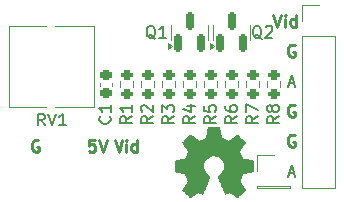
<source format=gbr>
%TF.GenerationSoftware,KiCad,Pcbnew,9.0.3*%
%TF.CreationDate,2025-09-20T16:11:44+08:00*%
%TF.ProjectId,Atari2600_2TransistorCompMod,41746172-6932-4363-9030-5f325472616e,rev?*%
%TF.SameCoordinates,Original*%
%TF.FileFunction,Legend,Top*%
%TF.FilePolarity,Positive*%
%FSLAX46Y46*%
G04 Gerber Fmt 4.6, Leading zero omitted, Abs format (unit mm)*
G04 Created by KiCad (PCBNEW 9.0.3) date 2025-09-20 16:11:44*
%MOMM*%
%LPD*%
G01*
G04 APERTURE LIST*
G04 Aperture macros list*
%AMRoundRect*
0 Rectangle with rounded corners*
0 $1 Rounding radius*
0 $2 $3 $4 $5 $6 $7 $8 $9 X,Y pos of 4 corners*
0 Add a 4 corners polygon primitive as box body*
4,1,4,$2,$3,$4,$5,$6,$7,$8,$9,$2,$3,0*
0 Add four circle primitives for the rounded corners*
1,1,$1+$1,$2,$3*
1,1,$1+$1,$4,$5*
1,1,$1+$1,$6,$7*
1,1,$1+$1,$8,$9*
0 Add four rect primitives between the rounded corners*
20,1,$1+$1,$2,$3,$4,$5,0*
20,1,$1+$1,$4,$5,$6,$7,0*
20,1,$1+$1,$6,$7,$8,$9,0*
20,1,$1+$1,$8,$9,$2,$3,0*%
G04 Aperture macros list end*
%ADD10C,0.250000*%
%ADD11C,0.200000*%
%ADD12C,0.150000*%
%ADD13C,0.120000*%
%ADD14C,0.010000*%
%ADD15R,1.700000X1.700000*%
%ADD16C,1.700000*%
%ADD17RoundRect,0.200000X0.275000X-0.200000X0.275000X0.200000X-0.275000X0.200000X-0.275000X-0.200000X0*%
%ADD18RoundRect,0.225000X0.250000X-0.225000X0.250000X0.225000X-0.250000X0.225000X-0.250000X-0.225000X0*%
%ADD19RoundRect,0.200000X-0.275000X0.200000X-0.275000X-0.200000X0.275000X-0.200000X0.275000X0.200000X0*%
%ADD20C,1.440000*%
%ADD21RoundRect,0.150000X0.150000X-0.587500X0.150000X0.587500X-0.150000X0.587500X-0.150000X-0.587500X0*%
G04 APERTURE END LIST*
D10*
X91701904Y-60965238D02*
X91606666Y-60917619D01*
X91606666Y-60917619D02*
X91463809Y-60917619D01*
X91463809Y-60917619D02*
X91320952Y-60965238D01*
X91320952Y-60965238D02*
X91225714Y-61060476D01*
X91225714Y-61060476D02*
X91178095Y-61155714D01*
X91178095Y-61155714D02*
X91130476Y-61346190D01*
X91130476Y-61346190D02*
X91130476Y-61489047D01*
X91130476Y-61489047D02*
X91178095Y-61679523D01*
X91178095Y-61679523D02*
X91225714Y-61774761D01*
X91225714Y-61774761D02*
X91320952Y-61870000D01*
X91320952Y-61870000D02*
X91463809Y-61917619D01*
X91463809Y-61917619D02*
X91559047Y-61917619D01*
X91559047Y-61917619D02*
X91701904Y-61870000D01*
X91701904Y-61870000D02*
X91749523Y-61822380D01*
X91749523Y-61822380D02*
X91749523Y-61489047D01*
X91749523Y-61489047D02*
X91559047Y-61489047D01*
X91701904Y-66045238D02*
X91606666Y-65997619D01*
X91606666Y-65997619D02*
X91463809Y-65997619D01*
X91463809Y-65997619D02*
X91320952Y-66045238D01*
X91320952Y-66045238D02*
X91225714Y-66140476D01*
X91225714Y-66140476D02*
X91178095Y-66235714D01*
X91178095Y-66235714D02*
X91130476Y-66426190D01*
X91130476Y-66426190D02*
X91130476Y-66569047D01*
X91130476Y-66569047D02*
X91178095Y-66759523D01*
X91178095Y-66759523D02*
X91225714Y-66854761D01*
X91225714Y-66854761D02*
X91320952Y-66950000D01*
X91320952Y-66950000D02*
X91463809Y-66997619D01*
X91463809Y-66997619D02*
X91559047Y-66997619D01*
X91559047Y-66997619D02*
X91701904Y-66950000D01*
X91701904Y-66950000D02*
X91749523Y-66902380D01*
X91749523Y-66902380D02*
X91749523Y-66569047D01*
X91749523Y-66569047D02*
X91559047Y-66569047D01*
D11*
X91201905Y-64174504D02*
X91678095Y-64174504D01*
X91106667Y-64460219D02*
X91440000Y-63460219D01*
X91440000Y-63460219D02*
X91773333Y-64460219D01*
D10*
X74792758Y-68968619D02*
X74316568Y-68968619D01*
X74316568Y-68968619D02*
X74268949Y-69444809D01*
X74268949Y-69444809D02*
X74316568Y-69397190D01*
X74316568Y-69397190D02*
X74411806Y-69349571D01*
X74411806Y-69349571D02*
X74649901Y-69349571D01*
X74649901Y-69349571D02*
X74745139Y-69397190D01*
X74745139Y-69397190D02*
X74792758Y-69444809D01*
X74792758Y-69444809D02*
X74840377Y-69540047D01*
X74840377Y-69540047D02*
X74840377Y-69778142D01*
X74840377Y-69778142D02*
X74792758Y-69873380D01*
X74792758Y-69873380D02*
X74745139Y-69921000D01*
X74745139Y-69921000D02*
X74649901Y-69968619D01*
X74649901Y-69968619D02*
X74411806Y-69968619D01*
X74411806Y-69968619D02*
X74316568Y-69921000D01*
X74316568Y-69921000D02*
X74268949Y-69873380D01*
X75126092Y-68968619D02*
X75459425Y-69968619D01*
X75459425Y-69968619D02*
X75792758Y-68968619D01*
X91701904Y-68585238D02*
X91606666Y-68537619D01*
X91606666Y-68537619D02*
X91463809Y-68537619D01*
X91463809Y-68537619D02*
X91320952Y-68585238D01*
X91320952Y-68585238D02*
X91225714Y-68680476D01*
X91225714Y-68680476D02*
X91178095Y-68775714D01*
X91178095Y-68775714D02*
X91130476Y-68966190D01*
X91130476Y-68966190D02*
X91130476Y-69109047D01*
X91130476Y-69109047D02*
X91178095Y-69299523D01*
X91178095Y-69299523D02*
X91225714Y-69394761D01*
X91225714Y-69394761D02*
X91320952Y-69490000D01*
X91320952Y-69490000D02*
X91463809Y-69537619D01*
X91463809Y-69537619D02*
X91559047Y-69537619D01*
X91559047Y-69537619D02*
X91701904Y-69490000D01*
X91701904Y-69490000D02*
X91749523Y-69442380D01*
X91749523Y-69442380D02*
X91749523Y-69109047D01*
X91749523Y-69109047D02*
X91559047Y-69109047D01*
X76459711Y-68968619D02*
X76793044Y-69968619D01*
X76793044Y-69968619D02*
X77126377Y-68968619D01*
X77459711Y-69968619D02*
X77459711Y-69301952D01*
X77459711Y-68968619D02*
X77412092Y-69016238D01*
X77412092Y-69016238D02*
X77459711Y-69063857D01*
X77459711Y-69063857D02*
X77507330Y-69016238D01*
X77507330Y-69016238D02*
X77459711Y-68968619D01*
X77459711Y-68968619D02*
X77459711Y-69063857D01*
X78364472Y-69968619D02*
X78364472Y-68968619D01*
X78364472Y-69921000D02*
X78269234Y-69968619D01*
X78269234Y-69968619D02*
X78078758Y-69968619D01*
X78078758Y-69968619D02*
X77983520Y-69921000D01*
X77983520Y-69921000D02*
X77935901Y-69873380D01*
X77935901Y-69873380D02*
X77888282Y-69778142D01*
X77888282Y-69778142D02*
X77888282Y-69492428D01*
X77888282Y-69492428D02*
X77935901Y-69397190D01*
X77935901Y-69397190D02*
X77983520Y-69349571D01*
X77983520Y-69349571D02*
X78078758Y-69301952D01*
X78078758Y-69301952D02*
X78269234Y-69301952D01*
X78269234Y-69301952D02*
X78364472Y-69349571D01*
X89908191Y-58377619D02*
X90241524Y-59377619D01*
X90241524Y-59377619D02*
X90574857Y-58377619D01*
X90908191Y-59377619D02*
X90908191Y-58710952D01*
X90908191Y-58377619D02*
X90860572Y-58425238D01*
X90860572Y-58425238D02*
X90908191Y-58472857D01*
X90908191Y-58472857D02*
X90955810Y-58425238D01*
X90955810Y-58425238D02*
X90908191Y-58377619D01*
X90908191Y-58377619D02*
X90908191Y-58472857D01*
X91812952Y-59377619D02*
X91812952Y-58377619D01*
X91812952Y-59330000D02*
X91717714Y-59377619D01*
X91717714Y-59377619D02*
X91527238Y-59377619D01*
X91527238Y-59377619D02*
X91432000Y-59330000D01*
X91432000Y-59330000D02*
X91384381Y-59282380D01*
X91384381Y-59282380D02*
X91336762Y-59187142D01*
X91336762Y-59187142D02*
X91336762Y-58901428D01*
X91336762Y-58901428D02*
X91384381Y-58806190D01*
X91384381Y-58806190D02*
X91432000Y-58758571D01*
X91432000Y-58758571D02*
X91527238Y-58710952D01*
X91527238Y-58710952D02*
X91717714Y-58710952D01*
X91717714Y-58710952D02*
X91812952Y-58758571D01*
D11*
X91201905Y-71794504D02*
X91678095Y-71794504D01*
X91106667Y-72080219D02*
X91440000Y-71080219D01*
X91440000Y-71080219D02*
X91773333Y-72080219D01*
D10*
X70014377Y-69016238D02*
X69919139Y-68968619D01*
X69919139Y-68968619D02*
X69776282Y-68968619D01*
X69776282Y-68968619D02*
X69633425Y-69016238D01*
X69633425Y-69016238D02*
X69538187Y-69111476D01*
X69538187Y-69111476D02*
X69490568Y-69206714D01*
X69490568Y-69206714D02*
X69442949Y-69397190D01*
X69442949Y-69397190D02*
X69442949Y-69540047D01*
X69442949Y-69540047D02*
X69490568Y-69730523D01*
X69490568Y-69730523D02*
X69538187Y-69825761D01*
X69538187Y-69825761D02*
X69633425Y-69921000D01*
X69633425Y-69921000D02*
X69776282Y-69968619D01*
X69776282Y-69968619D02*
X69871520Y-69968619D01*
X69871520Y-69968619D02*
X70014377Y-69921000D01*
X70014377Y-69921000D02*
X70061996Y-69873380D01*
X70061996Y-69873380D02*
X70061996Y-69540047D01*
X70061996Y-69540047D02*
X69871520Y-69540047D01*
D12*
X77924819Y-66968666D02*
X77448628Y-67301999D01*
X77924819Y-67540094D02*
X76924819Y-67540094D01*
X76924819Y-67540094D02*
X76924819Y-67159142D01*
X76924819Y-67159142D02*
X76972438Y-67063904D01*
X76972438Y-67063904D02*
X77020057Y-67016285D01*
X77020057Y-67016285D02*
X77115295Y-66968666D01*
X77115295Y-66968666D02*
X77258152Y-66968666D01*
X77258152Y-66968666D02*
X77353390Y-67016285D01*
X77353390Y-67016285D02*
X77401009Y-67063904D01*
X77401009Y-67063904D02*
X77448628Y-67159142D01*
X77448628Y-67159142D02*
X77448628Y-67540094D01*
X77924819Y-66016285D02*
X77924819Y-66587713D01*
X77924819Y-66301999D02*
X76924819Y-66301999D01*
X76924819Y-66301999D02*
X77067676Y-66397237D01*
X77067676Y-66397237D02*
X77162914Y-66492475D01*
X77162914Y-66492475D02*
X77210533Y-66587713D01*
X79702819Y-66968666D02*
X79226628Y-67301999D01*
X79702819Y-67540094D02*
X78702819Y-67540094D01*
X78702819Y-67540094D02*
X78702819Y-67159142D01*
X78702819Y-67159142D02*
X78750438Y-67063904D01*
X78750438Y-67063904D02*
X78798057Y-67016285D01*
X78798057Y-67016285D02*
X78893295Y-66968666D01*
X78893295Y-66968666D02*
X79036152Y-66968666D01*
X79036152Y-66968666D02*
X79131390Y-67016285D01*
X79131390Y-67016285D02*
X79179009Y-67063904D01*
X79179009Y-67063904D02*
X79226628Y-67159142D01*
X79226628Y-67159142D02*
X79226628Y-67540094D01*
X78798057Y-66587713D02*
X78750438Y-66540094D01*
X78750438Y-66540094D02*
X78702819Y-66444856D01*
X78702819Y-66444856D02*
X78702819Y-66206761D01*
X78702819Y-66206761D02*
X78750438Y-66111523D01*
X78750438Y-66111523D02*
X78798057Y-66063904D01*
X78798057Y-66063904D02*
X78893295Y-66016285D01*
X78893295Y-66016285D02*
X78988533Y-66016285D01*
X78988533Y-66016285D02*
X79131390Y-66063904D01*
X79131390Y-66063904D02*
X79702819Y-66635332D01*
X79702819Y-66635332D02*
X79702819Y-66016285D01*
X76051580Y-66968666D02*
X76099200Y-67016285D01*
X76099200Y-67016285D02*
X76146819Y-67159142D01*
X76146819Y-67159142D02*
X76146819Y-67254380D01*
X76146819Y-67254380D02*
X76099200Y-67397237D01*
X76099200Y-67397237D02*
X76003961Y-67492475D01*
X76003961Y-67492475D02*
X75908723Y-67540094D01*
X75908723Y-67540094D02*
X75718247Y-67587713D01*
X75718247Y-67587713D02*
X75575390Y-67587713D01*
X75575390Y-67587713D02*
X75384914Y-67540094D01*
X75384914Y-67540094D02*
X75289676Y-67492475D01*
X75289676Y-67492475D02*
X75194438Y-67397237D01*
X75194438Y-67397237D02*
X75146819Y-67254380D01*
X75146819Y-67254380D02*
X75146819Y-67159142D01*
X75146819Y-67159142D02*
X75194438Y-67016285D01*
X75194438Y-67016285D02*
X75242057Y-66968666D01*
X76146819Y-66016285D02*
X76146819Y-66587713D01*
X76146819Y-66301999D02*
X75146819Y-66301999D01*
X75146819Y-66301999D02*
X75289676Y-66397237D01*
X75289676Y-66397237D02*
X75384914Y-66492475D01*
X75384914Y-66492475D02*
X75432533Y-66587713D01*
X90370819Y-66968666D02*
X89894628Y-67301999D01*
X90370819Y-67540094D02*
X89370819Y-67540094D01*
X89370819Y-67540094D02*
X89370819Y-67159142D01*
X89370819Y-67159142D02*
X89418438Y-67063904D01*
X89418438Y-67063904D02*
X89466057Y-67016285D01*
X89466057Y-67016285D02*
X89561295Y-66968666D01*
X89561295Y-66968666D02*
X89704152Y-66968666D01*
X89704152Y-66968666D02*
X89799390Y-67016285D01*
X89799390Y-67016285D02*
X89847009Y-67063904D01*
X89847009Y-67063904D02*
X89894628Y-67159142D01*
X89894628Y-67159142D02*
X89894628Y-67540094D01*
X89799390Y-66397237D02*
X89751771Y-66492475D01*
X89751771Y-66492475D02*
X89704152Y-66540094D01*
X89704152Y-66540094D02*
X89608914Y-66587713D01*
X89608914Y-66587713D02*
X89561295Y-66587713D01*
X89561295Y-66587713D02*
X89466057Y-66540094D01*
X89466057Y-66540094D02*
X89418438Y-66492475D01*
X89418438Y-66492475D02*
X89370819Y-66397237D01*
X89370819Y-66397237D02*
X89370819Y-66206761D01*
X89370819Y-66206761D02*
X89418438Y-66111523D01*
X89418438Y-66111523D02*
X89466057Y-66063904D01*
X89466057Y-66063904D02*
X89561295Y-66016285D01*
X89561295Y-66016285D02*
X89608914Y-66016285D01*
X89608914Y-66016285D02*
X89704152Y-66063904D01*
X89704152Y-66063904D02*
X89751771Y-66111523D01*
X89751771Y-66111523D02*
X89799390Y-66206761D01*
X89799390Y-66206761D02*
X89799390Y-66397237D01*
X89799390Y-66397237D02*
X89847009Y-66492475D01*
X89847009Y-66492475D02*
X89894628Y-66540094D01*
X89894628Y-66540094D02*
X89989866Y-66587713D01*
X89989866Y-66587713D02*
X90180342Y-66587713D01*
X90180342Y-66587713D02*
X90275580Y-66540094D01*
X90275580Y-66540094D02*
X90323200Y-66492475D01*
X90323200Y-66492475D02*
X90370819Y-66397237D01*
X90370819Y-66397237D02*
X90370819Y-66206761D01*
X90370819Y-66206761D02*
X90323200Y-66111523D01*
X90323200Y-66111523D02*
X90275580Y-66063904D01*
X90275580Y-66063904D02*
X90180342Y-66016285D01*
X90180342Y-66016285D02*
X89989866Y-66016285D01*
X89989866Y-66016285D02*
X89894628Y-66063904D01*
X89894628Y-66063904D02*
X89847009Y-66111523D01*
X89847009Y-66111523D02*
X89799390Y-66206761D01*
X85036819Y-66968666D02*
X84560628Y-67301999D01*
X85036819Y-67540094D02*
X84036819Y-67540094D01*
X84036819Y-67540094D02*
X84036819Y-67159142D01*
X84036819Y-67159142D02*
X84084438Y-67063904D01*
X84084438Y-67063904D02*
X84132057Y-67016285D01*
X84132057Y-67016285D02*
X84227295Y-66968666D01*
X84227295Y-66968666D02*
X84370152Y-66968666D01*
X84370152Y-66968666D02*
X84465390Y-67016285D01*
X84465390Y-67016285D02*
X84513009Y-67063904D01*
X84513009Y-67063904D02*
X84560628Y-67159142D01*
X84560628Y-67159142D02*
X84560628Y-67540094D01*
X84036819Y-66063904D02*
X84036819Y-66540094D01*
X84036819Y-66540094D02*
X84513009Y-66587713D01*
X84513009Y-66587713D02*
X84465390Y-66540094D01*
X84465390Y-66540094D02*
X84417771Y-66444856D01*
X84417771Y-66444856D02*
X84417771Y-66206761D01*
X84417771Y-66206761D02*
X84465390Y-66111523D01*
X84465390Y-66111523D02*
X84513009Y-66063904D01*
X84513009Y-66063904D02*
X84608247Y-66016285D01*
X84608247Y-66016285D02*
X84846342Y-66016285D01*
X84846342Y-66016285D02*
X84941580Y-66063904D01*
X84941580Y-66063904D02*
X84989200Y-66111523D01*
X84989200Y-66111523D02*
X85036819Y-66206761D01*
X85036819Y-66206761D02*
X85036819Y-66444856D01*
X85036819Y-66444856D02*
X84989200Y-66540094D01*
X84989200Y-66540094D02*
X84941580Y-66587713D01*
X83258819Y-66968666D02*
X82782628Y-67301999D01*
X83258819Y-67540094D02*
X82258819Y-67540094D01*
X82258819Y-67540094D02*
X82258819Y-67159142D01*
X82258819Y-67159142D02*
X82306438Y-67063904D01*
X82306438Y-67063904D02*
X82354057Y-67016285D01*
X82354057Y-67016285D02*
X82449295Y-66968666D01*
X82449295Y-66968666D02*
X82592152Y-66968666D01*
X82592152Y-66968666D02*
X82687390Y-67016285D01*
X82687390Y-67016285D02*
X82735009Y-67063904D01*
X82735009Y-67063904D02*
X82782628Y-67159142D01*
X82782628Y-67159142D02*
X82782628Y-67540094D01*
X82592152Y-66111523D02*
X83258819Y-66111523D01*
X82211200Y-66349618D02*
X82925485Y-66587713D01*
X82925485Y-66587713D02*
X82925485Y-65968666D01*
X88592819Y-66968666D02*
X88116628Y-67301999D01*
X88592819Y-67540094D02*
X87592819Y-67540094D01*
X87592819Y-67540094D02*
X87592819Y-67159142D01*
X87592819Y-67159142D02*
X87640438Y-67063904D01*
X87640438Y-67063904D02*
X87688057Y-67016285D01*
X87688057Y-67016285D02*
X87783295Y-66968666D01*
X87783295Y-66968666D02*
X87926152Y-66968666D01*
X87926152Y-66968666D02*
X88021390Y-67016285D01*
X88021390Y-67016285D02*
X88069009Y-67063904D01*
X88069009Y-67063904D02*
X88116628Y-67159142D01*
X88116628Y-67159142D02*
X88116628Y-67540094D01*
X87592819Y-66635332D02*
X87592819Y-65968666D01*
X87592819Y-65968666D02*
X88592819Y-66397237D01*
X81480819Y-66968666D02*
X81004628Y-67301999D01*
X81480819Y-67540094D02*
X80480819Y-67540094D01*
X80480819Y-67540094D02*
X80480819Y-67159142D01*
X80480819Y-67159142D02*
X80528438Y-67063904D01*
X80528438Y-67063904D02*
X80576057Y-67016285D01*
X80576057Y-67016285D02*
X80671295Y-66968666D01*
X80671295Y-66968666D02*
X80814152Y-66968666D01*
X80814152Y-66968666D02*
X80909390Y-67016285D01*
X80909390Y-67016285D02*
X80957009Y-67063904D01*
X80957009Y-67063904D02*
X81004628Y-67159142D01*
X81004628Y-67159142D02*
X81004628Y-67540094D01*
X80480819Y-66635332D02*
X80480819Y-66016285D01*
X80480819Y-66016285D02*
X80861771Y-66349618D01*
X80861771Y-66349618D02*
X80861771Y-66206761D01*
X80861771Y-66206761D02*
X80909390Y-66111523D01*
X80909390Y-66111523D02*
X80957009Y-66063904D01*
X80957009Y-66063904D02*
X81052247Y-66016285D01*
X81052247Y-66016285D02*
X81290342Y-66016285D01*
X81290342Y-66016285D02*
X81385580Y-66063904D01*
X81385580Y-66063904D02*
X81433200Y-66111523D01*
X81433200Y-66111523D02*
X81480819Y-66206761D01*
X81480819Y-66206761D02*
X81480819Y-66492475D01*
X81480819Y-66492475D02*
X81433200Y-66587713D01*
X81433200Y-66587713D02*
X81385580Y-66635332D01*
X70524761Y-67742819D02*
X70191428Y-67266628D01*
X69953333Y-67742819D02*
X69953333Y-66742819D01*
X69953333Y-66742819D02*
X70334285Y-66742819D01*
X70334285Y-66742819D02*
X70429523Y-66790438D01*
X70429523Y-66790438D02*
X70477142Y-66838057D01*
X70477142Y-66838057D02*
X70524761Y-66933295D01*
X70524761Y-66933295D02*
X70524761Y-67076152D01*
X70524761Y-67076152D02*
X70477142Y-67171390D01*
X70477142Y-67171390D02*
X70429523Y-67219009D01*
X70429523Y-67219009D02*
X70334285Y-67266628D01*
X70334285Y-67266628D02*
X69953333Y-67266628D01*
X70810476Y-66742819D02*
X71143809Y-67742819D01*
X71143809Y-67742819D02*
X71477142Y-66742819D01*
X72334285Y-67742819D02*
X71762857Y-67742819D01*
X72048571Y-67742819D02*
X72048571Y-66742819D01*
X72048571Y-66742819D02*
X71953333Y-66885676D01*
X71953333Y-66885676D02*
X71858095Y-66980914D01*
X71858095Y-66980914D02*
X71762857Y-67028533D01*
X79904761Y-60415557D02*
X79809523Y-60367938D01*
X79809523Y-60367938D02*
X79714285Y-60272700D01*
X79714285Y-60272700D02*
X79571428Y-60129842D01*
X79571428Y-60129842D02*
X79476190Y-60082223D01*
X79476190Y-60082223D02*
X79380952Y-60082223D01*
X79428571Y-60320319D02*
X79333333Y-60272700D01*
X79333333Y-60272700D02*
X79238095Y-60177461D01*
X79238095Y-60177461D02*
X79190476Y-59986985D01*
X79190476Y-59986985D02*
X79190476Y-59653652D01*
X79190476Y-59653652D02*
X79238095Y-59463176D01*
X79238095Y-59463176D02*
X79333333Y-59367938D01*
X79333333Y-59367938D02*
X79428571Y-59320319D01*
X79428571Y-59320319D02*
X79619047Y-59320319D01*
X79619047Y-59320319D02*
X79714285Y-59367938D01*
X79714285Y-59367938D02*
X79809523Y-59463176D01*
X79809523Y-59463176D02*
X79857142Y-59653652D01*
X79857142Y-59653652D02*
X79857142Y-59986985D01*
X79857142Y-59986985D02*
X79809523Y-60177461D01*
X79809523Y-60177461D02*
X79714285Y-60272700D01*
X79714285Y-60272700D02*
X79619047Y-60320319D01*
X79619047Y-60320319D02*
X79428571Y-60320319D01*
X80809523Y-60320319D02*
X80238095Y-60320319D01*
X80523809Y-60320319D02*
X80523809Y-59320319D01*
X80523809Y-59320319D02*
X80428571Y-59463176D01*
X80428571Y-59463176D02*
X80333333Y-59558414D01*
X80333333Y-59558414D02*
X80238095Y-59606033D01*
X88904761Y-60415557D02*
X88809523Y-60367938D01*
X88809523Y-60367938D02*
X88714285Y-60272700D01*
X88714285Y-60272700D02*
X88571428Y-60129842D01*
X88571428Y-60129842D02*
X88476190Y-60082223D01*
X88476190Y-60082223D02*
X88380952Y-60082223D01*
X88428571Y-60320319D02*
X88333333Y-60272700D01*
X88333333Y-60272700D02*
X88238095Y-60177461D01*
X88238095Y-60177461D02*
X88190476Y-59986985D01*
X88190476Y-59986985D02*
X88190476Y-59653652D01*
X88190476Y-59653652D02*
X88238095Y-59463176D01*
X88238095Y-59463176D02*
X88333333Y-59367938D01*
X88333333Y-59367938D02*
X88428571Y-59320319D01*
X88428571Y-59320319D02*
X88619047Y-59320319D01*
X88619047Y-59320319D02*
X88714285Y-59367938D01*
X88714285Y-59367938D02*
X88809523Y-59463176D01*
X88809523Y-59463176D02*
X88857142Y-59653652D01*
X88857142Y-59653652D02*
X88857142Y-59986985D01*
X88857142Y-59986985D02*
X88809523Y-60177461D01*
X88809523Y-60177461D02*
X88714285Y-60272700D01*
X88714285Y-60272700D02*
X88619047Y-60320319D01*
X88619047Y-60320319D02*
X88428571Y-60320319D01*
X89238095Y-59415557D02*
X89285714Y-59367938D01*
X89285714Y-59367938D02*
X89380952Y-59320319D01*
X89380952Y-59320319D02*
X89619047Y-59320319D01*
X89619047Y-59320319D02*
X89714285Y-59367938D01*
X89714285Y-59367938D02*
X89761904Y-59415557D01*
X89761904Y-59415557D02*
X89809523Y-59510795D01*
X89809523Y-59510795D02*
X89809523Y-59606033D01*
X89809523Y-59606033D02*
X89761904Y-59748890D01*
X89761904Y-59748890D02*
X89190476Y-60320319D01*
X89190476Y-60320319D02*
X89809523Y-60320319D01*
X86814819Y-66968666D02*
X86338628Y-67301999D01*
X86814819Y-67540094D02*
X85814819Y-67540094D01*
X85814819Y-67540094D02*
X85814819Y-67159142D01*
X85814819Y-67159142D02*
X85862438Y-67063904D01*
X85862438Y-67063904D02*
X85910057Y-67016285D01*
X85910057Y-67016285D02*
X86005295Y-66968666D01*
X86005295Y-66968666D02*
X86148152Y-66968666D01*
X86148152Y-66968666D02*
X86243390Y-67016285D01*
X86243390Y-67016285D02*
X86291009Y-67063904D01*
X86291009Y-67063904D02*
X86338628Y-67159142D01*
X86338628Y-67159142D02*
X86338628Y-67540094D01*
X85814819Y-66111523D02*
X85814819Y-66301999D01*
X85814819Y-66301999D02*
X85862438Y-66397237D01*
X85862438Y-66397237D02*
X85910057Y-66444856D01*
X85910057Y-66444856D02*
X86052914Y-66540094D01*
X86052914Y-66540094D02*
X86243390Y-66587713D01*
X86243390Y-66587713D02*
X86624342Y-66587713D01*
X86624342Y-66587713D02*
X86719580Y-66540094D01*
X86719580Y-66540094D02*
X86767200Y-66492475D01*
X86767200Y-66492475D02*
X86814819Y-66397237D01*
X86814819Y-66397237D02*
X86814819Y-66206761D01*
X86814819Y-66206761D02*
X86767200Y-66111523D01*
X86767200Y-66111523D02*
X86719580Y-66063904D01*
X86719580Y-66063904D02*
X86624342Y-66016285D01*
X86624342Y-66016285D02*
X86386247Y-66016285D01*
X86386247Y-66016285D02*
X86291009Y-66063904D01*
X86291009Y-66063904D02*
X86243390Y-66111523D01*
X86243390Y-66111523D02*
X86195771Y-66206761D01*
X86195771Y-66206761D02*
X86195771Y-66397237D01*
X86195771Y-66397237D02*
X86243390Y-66492475D01*
X86243390Y-66492475D02*
X86291009Y-66540094D01*
X86291009Y-66540094D02*
X86386247Y-66587713D01*
D13*
%TO.C,J3*%
X92346000Y-57548000D02*
X93726000Y-57548000D01*
X92346000Y-58928000D02*
X92346000Y-57548000D01*
X92346000Y-60198000D02*
X92346000Y-73008000D01*
X92346000Y-60198000D02*
X95106000Y-60198000D01*
X92346000Y-73008000D02*
X95106000Y-73008000D01*
X95106000Y-60198000D02*
X95106000Y-73008000D01*
%TO.C,R1*%
X76947500Y-64499258D02*
X76947500Y-64024742D01*
X77992500Y-64499258D02*
X77992500Y-64024742D01*
%TO.C,R2*%
X78725500Y-64499258D02*
X78725500Y-64024742D01*
X79770500Y-64499258D02*
X79770500Y-64024742D01*
%TO.C,J2*%
X88536000Y-70248000D02*
X89916000Y-70248000D01*
X88536000Y-71628000D02*
X88536000Y-70248000D01*
X88536000Y-72898000D02*
X88536000Y-73008000D01*
X88536000Y-72898000D02*
X91296000Y-72898000D01*
X88536000Y-73008000D02*
X91296000Y-73008000D01*
X91296000Y-72898000D02*
X91296000Y-73008000D01*
%TO.C,C1*%
X75182000Y-64402580D02*
X75182000Y-64121420D01*
X76202000Y-64402580D02*
X76202000Y-64121420D01*
%TO.C,R8*%
X89393500Y-64499258D02*
X89393500Y-64024742D01*
X90438500Y-64499258D02*
X90438500Y-64024742D01*
%TO.C,R5*%
X84059500Y-64024742D02*
X84059500Y-64499258D01*
X85104500Y-64024742D02*
X85104500Y-64499258D01*
%TO.C,R4*%
X82281500Y-64499258D02*
X82281500Y-64024742D01*
X83326500Y-64499258D02*
X83326500Y-64024742D01*
%TO.C,R7*%
X87615500Y-64499258D02*
X87615500Y-64024742D01*
X88660500Y-64499258D02*
X88660500Y-64024742D01*
%TO.C,R3*%
X80503500Y-64024742D02*
X80503500Y-64499258D01*
X81548500Y-64024742D02*
X81548500Y-64499258D01*
%TO.C,RV1*%
X67510000Y-59328000D02*
X70678000Y-59328000D01*
X67510000Y-66148000D02*
X67510000Y-59328000D01*
X70678000Y-66148000D02*
X67510000Y-66148000D01*
X71442000Y-59328000D02*
X74730000Y-59328000D01*
X74730000Y-59328000D02*
X74730000Y-66148000D01*
X74730000Y-66148000D02*
X71442000Y-66148000D01*
%TO.C,Q1*%
X81244000Y-59865500D02*
X81244000Y-59215500D01*
X81244000Y-59865500D02*
X81244000Y-60515500D01*
X84364000Y-59865500D02*
X84364000Y-59215500D01*
X84364000Y-59865500D02*
X84364000Y-60515500D01*
X81294000Y-61028000D02*
X80964000Y-61268000D01*
X80964000Y-60788000D01*
X81294000Y-61028000D01*
G36*
X81294000Y-61028000D02*
G01*
X80964000Y-61268000D01*
X80964000Y-60788000D01*
X81294000Y-61028000D01*
G37*
%TO.C,Q2*%
X84800000Y-59865500D02*
X84800000Y-59215500D01*
X84800000Y-59865500D02*
X84800000Y-60515500D01*
X87920000Y-59865500D02*
X87920000Y-59215500D01*
X87920000Y-59865500D02*
X87920000Y-60515500D01*
X84850000Y-61028000D02*
X84520000Y-61268000D01*
X84520000Y-60788000D01*
X84850000Y-61028000D01*
G36*
X84850000Y-61028000D02*
G01*
X84520000Y-61268000D01*
X84520000Y-60788000D01*
X84850000Y-61028000D01*
G37*
D14*
%TO.C,REF\u002A\u002A*%
X85391814Y-68334931D02*
X85475635Y-68779555D01*
X85784920Y-68907053D01*
X86094206Y-69034551D01*
X86465246Y-68782246D01*
X86569157Y-68711996D01*
X86663087Y-68649272D01*
X86742652Y-68596938D01*
X86803470Y-68557857D01*
X86841157Y-68534893D01*
X86851421Y-68529942D01*
X86869910Y-68542676D01*
X86909420Y-68577882D01*
X86965522Y-68631062D01*
X87033787Y-68697718D01*
X87109786Y-68773354D01*
X87189092Y-68853472D01*
X87267275Y-68933574D01*
X87339907Y-69009164D01*
X87402559Y-69075745D01*
X87450803Y-69128818D01*
X87480210Y-69163887D01*
X87487241Y-69175623D01*
X87477123Y-69197260D01*
X87448759Y-69244662D01*
X87405129Y-69313193D01*
X87349218Y-69398215D01*
X87284006Y-69495093D01*
X87246219Y-69550350D01*
X87177343Y-69651248D01*
X87116140Y-69742299D01*
X87065578Y-69818970D01*
X87028628Y-69876728D01*
X87008258Y-69911043D01*
X87005197Y-69918254D01*
X87012136Y-69938748D01*
X87031051Y-69986513D01*
X87059087Y-70054832D01*
X87093391Y-70136989D01*
X87131109Y-70226270D01*
X87169387Y-70315958D01*
X87205370Y-70399338D01*
X87236206Y-70469694D01*
X87259039Y-70520310D01*
X87271017Y-70544471D01*
X87271724Y-70545422D01*
X87290531Y-70550036D01*
X87340618Y-70560328D01*
X87416793Y-70575287D01*
X87513865Y-70593901D01*
X87626643Y-70615159D01*
X87692442Y-70627418D01*
X87812950Y-70650362D01*
X87921797Y-70672195D01*
X88013476Y-70691722D01*
X88082481Y-70707748D01*
X88123304Y-70719079D01*
X88131511Y-70722674D01*
X88139548Y-70747006D01*
X88146033Y-70801959D01*
X88150970Y-70881108D01*
X88154364Y-70978026D01*
X88156218Y-71086287D01*
X88156538Y-71199465D01*
X88155327Y-71311135D01*
X88152590Y-71414868D01*
X88148331Y-71504241D01*
X88142555Y-71572826D01*
X88135267Y-71614197D01*
X88130895Y-71622810D01*
X88104764Y-71633133D01*
X88049393Y-71647892D01*
X87972107Y-71665352D01*
X87880230Y-71683780D01*
X87848158Y-71689741D01*
X87693524Y-71718066D01*
X87571375Y-71740876D01*
X87477673Y-71759080D01*
X87408384Y-71773583D01*
X87359471Y-71785292D01*
X87326897Y-71795115D01*
X87306628Y-71803956D01*
X87294626Y-71812724D01*
X87292947Y-71814457D01*
X87276184Y-71842371D01*
X87250614Y-71896695D01*
X87218788Y-71970777D01*
X87183260Y-72057965D01*
X87146583Y-72151608D01*
X87111311Y-72245052D01*
X87079996Y-72331647D01*
X87055193Y-72404740D01*
X87039454Y-72457678D01*
X87035332Y-72483811D01*
X87035676Y-72484726D01*
X87049641Y-72506086D01*
X87081322Y-72553084D01*
X87127391Y-72620827D01*
X87184518Y-72704423D01*
X87249373Y-72798982D01*
X87267843Y-72825854D01*
X87333699Y-72923275D01*
X87391650Y-73012163D01*
X87438538Y-73087412D01*
X87471207Y-73143920D01*
X87486500Y-73176581D01*
X87487241Y-73180593D01*
X87474392Y-73201684D01*
X87438888Y-73243464D01*
X87385293Y-73301445D01*
X87318171Y-73371135D01*
X87242087Y-73448045D01*
X87161604Y-73527683D01*
X87081287Y-73605561D01*
X87005699Y-73677186D01*
X86939405Y-73738070D01*
X86886969Y-73783721D01*
X86852955Y-73809650D01*
X86843545Y-73813883D01*
X86821643Y-73803912D01*
X86776800Y-73777020D01*
X86716321Y-73737736D01*
X86669789Y-73706117D01*
X86585475Y-73648098D01*
X86485626Y-73579784D01*
X86385473Y-73511579D01*
X86331627Y-73475075D01*
X86149371Y-73351800D01*
X85996381Y-73434520D01*
X85926682Y-73470759D01*
X85867414Y-73498926D01*
X85827311Y-73514991D01*
X85817103Y-73517226D01*
X85804829Y-73500722D01*
X85780613Y-73454082D01*
X85746263Y-73381609D01*
X85703588Y-73287606D01*
X85654394Y-73176374D01*
X85600490Y-73052215D01*
X85543684Y-72919432D01*
X85485782Y-72782327D01*
X85428593Y-72645202D01*
X85373924Y-72512358D01*
X85323584Y-72388098D01*
X85279380Y-72276725D01*
X85243119Y-72182539D01*
X85216609Y-72109844D01*
X85201658Y-72062941D01*
X85199254Y-72046833D01*
X85218311Y-72026286D01*
X85260036Y-71992933D01*
X85315706Y-71953702D01*
X85320378Y-71950599D01*
X85464264Y-71835423D01*
X85580283Y-71701053D01*
X85667430Y-71551784D01*
X85724699Y-71391913D01*
X85751086Y-71225737D01*
X85745585Y-71057552D01*
X85707190Y-70891655D01*
X85634895Y-70732342D01*
X85613626Y-70697487D01*
X85502996Y-70556737D01*
X85372302Y-70443714D01*
X85226064Y-70359003D01*
X85068808Y-70303194D01*
X84905057Y-70276874D01*
X84739333Y-70280630D01*
X84576162Y-70315050D01*
X84420065Y-70380723D01*
X84275567Y-70478235D01*
X84230869Y-70517813D01*
X84117112Y-70641703D01*
X84034218Y-70772124D01*
X83977356Y-70918315D01*
X83945687Y-71063088D01*
X83937869Y-71225860D01*
X83963938Y-71389440D01*
X84021245Y-71548298D01*
X84107144Y-71696906D01*
X84218986Y-71829735D01*
X84354123Y-71941256D01*
X84371883Y-71953011D01*
X84428150Y-71991508D01*
X84470923Y-72024863D01*
X84491372Y-72046160D01*
X84491669Y-72046833D01*
X84487279Y-72069871D01*
X84469876Y-72122157D01*
X84441268Y-72199390D01*
X84403265Y-72297268D01*
X84357674Y-72411491D01*
X84306303Y-72537758D01*
X84250962Y-72671767D01*
X84193458Y-72809218D01*
X84135601Y-72945808D01*
X84079198Y-73077237D01*
X84026058Y-73199205D01*
X83977990Y-73307409D01*
X83936801Y-73397549D01*
X83904301Y-73465323D01*
X83882297Y-73506430D01*
X83873436Y-73517226D01*
X83846360Y-73508819D01*
X83795697Y-73486272D01*
X83730183Y-73453613D01*
X83694159Y-73434520D01*
X83541168Y-73351800D01*
X83358912Y-73475075D01*
X83265875Y-73538228D01*
X83164015Y-73607727D01*
X83068562Y-73673165D01*
X83020750Y-73706117D01*
X82953505Y-73751273D01*
X82896564Y-73787057D01*
X82857354Y-73808938D01*
X82844619Y-73813563D01*
X82826083Y-73801085D01*
X82785059Y-73766252D01*
X82725525Y-73712678D01*
X82651458Y-73643983D01*
X82566835Y-73563781D01*
X82513315Y-73512286D01*
X82419681Y-73420286D01*
X82338759Y-73337999D01*
X82273823Y-73268945D01*
X82228142Y-73216644D01*
X82204989Y-73184616D01*
X82202768Y-73178116D01*
X82213076Y-73153394D01*
X82241561Y-73103405D01*
X82285063Y-73033212D01*
X82340423Y-72947875D01*
X82404480Y-72852456D01*
X82422697Y-72825854D01*
X82489073Y-72729167D01*
X82548622Y-72642117D01*
X82598016Y-72569595D01*
X82633925Y-72516493D01*
X82653019Y-72487703D01*
X82654864Y-72484726D01*
X82652105Y-72461782D01*
X82637462Y-72411336D01*
X82613487Y-72340041D01*
X82582734Y-72254547D01*
X82547756Y-72161507D01*
X82511107Y-72067574D01*
X82475339Y-71979399D01*
X82443006Y-71903634D01*
X82416662Y-71846931D01*
X82398858Y-71815943D01*
X82397593Y-71814457D01*
X82386706Y-71805601D01*
X82368318Y-71796843D01*
X82338394Y-71787277D01*
X82292897Y-71775996D01*
X82227791Y-71762093D01*
X82139039Y-71744663D01*
X82022607Y-71722798D01*
X81874458Y-71695591D01*
X81842382Y-71689741D01*
X81747314Y-71671374D01*
X81664435Y-71653405D01*
X81601070Y-71637569D01*
X81564542Y-71625600D01*
X81559644Y-71622810D01*
X81551573Y-71598072D01*
X81545013Y-71542790D01*
X81539967Y-71463389D01*
X81536441Y-71366296D01*
X81534439Y-71257938D01*
X81533964Y-71144740D01*
X81535023Y-71033128D01*
X81537618Y-70929529D01*
X81541754Y-70840368D01*
X81547437Y-70772072D01*
X81554669Y-70731066D01*
X81559029Y-70722674D01*
X81583302Y-70714208D01*
X81638574Y-70700435D01*
X81719338Y-70682550D01*
X81820088Y-70661748D01*
X81935317Y-70639223D01*
X81998098Y-70627418D01*
X82117213Y-70605151D01*
X82223435Y-70584979D01*
X82311573Y-70567915D01*
X82376434Y-70554969D01*
X82412826Y-70547155D01*
X82418816Y-70545422D01*
X82428939Y-70525890D01*
X82450338Y-70478843D01*
X82480161Y-70411003D01*
X82515555Y-70329091D01*
X82553668Y-70239828D01*
X82591647Y-70149935D01*
X82626640Y-70066135D01*
X82655794Y-69995147D01*
X82676257Y-69943694D01*
X82685177Y-69918497D01*
X82685343Y-69917396D01*
X82675231Y-69897519D01*
X82646883Y-69851777D01*
X82603277Y-69784717D01*
X82547394Y-69700884D01*
X82482213Y-69604826D01*
X82444321Y-69549650D01*
X82375275Y-69448481D01*
X82313950Y-69356630D01*
X82263337Y-69278744D01*
X82226429Y-69219469D01*
X82206218Y-69183451D01*
X82203299Y-69175377D01*
X82215847Y-69156584D01*
X82250537Y-69116457D01*
X82302937Y-69059493D01*
X82368616Y-68990185D01*
X82443144Y-68913031D01*
X82522087Y-68832525D01*
X82601017Y-68753163D01*
X82675500Y-68679440D01*
X82741106Y-68615852D01*
X82793404Y-68566894D01*
X82827961Y-68537061D01*
X82839522Y-68529942D01*
X82858346Y-68539953D01*
X82903369Y-68568078D01*
X82970213Y-68611454D01*
X83054501Y-68667218D01*
X83151856Y-68732506D01*
X83225293Y-68782246D01*
X83596333Y-69034551D01*
X84214905Y-68779555D01*
X84298725Y-68334931D01*
X84382546Y-67890307D01*
X85307994Y-67890307D01*
X85391814Y-68334931D01*
G36*
X85391814Y-68334931D02*
G01*
X85475635Y-68779555D01*
X85784920Y-68907053D01*
X86094206Y-69034551D01*
X86465246Y-68782246D01*
X86569157Y-68711996D01*
X86663087Y-68649272D01*
X86742652Y-68596938D01*
X86803470Y-68557857D01*
X86841157Y-68534893D01*
X86851421Y-68529942D01*
X86869910Y-68542676D01*
X86909420Y-68577882D01*
X86965522Y-68631062D01*
X87033787Y-68697718D01*
X87109786Y-68773354D01*
X87189092Y-68853472D01*
X87267275Y-68933574D01*
X87339907Y-69009164D01*
X87402559Y-69075745D01*
X87450803Y-69128818D01*
X87480210Y-69163887D01*
X87487241Y-69175623D01*
X87477123Y-69197260D01*
X87448759Y-69244662D01*
X87405129Y-69313193D01*
X87349218Y-69398215D01*
X87284006Y-69495093D01*
X87246219Y-69550350D01*
X87177343Y-69651248D01*
X87116140Y-69742299D01*
X87065578Y-69818970D01*
X87028628Y-69876728D01*
X87008258Y-69911043D01*
X87005197Y-69918254D01*
X87012136Y-69938748D01*
X87031051Y-69986513D01*
X87059087Y-70054832D01*
X87093391Y-70136989D01*
X87131109Y-70226270D01*
X87169387Y-70315958D01*
X87205370Y-70399338D01*
X87236206Y-70469694D01*
X87259039Y-70520310D01*
X87271017Y-70544471D01*
X87271724Y-70545422D01*
X87290531Y-70550036D01*
X87340618Y-70560328D01*
X87416793Y-70575287D01*
X87513865Y-70593901D01*
X87626643Y-70615159D01*
X87692442Y-70627418D01*
X87812950Y-70650362D01*
X87921797Y-70672195D01*
X88013476Y-70691722D01*
X88082481Y-70707748D01*
X88123304Y-70719079D01*
X88131511Y-70722674D01*
X88139548Y-70747006D01*
X88146033Y-70801959D01*
X88150970Y-70881108D01*
X88154364Y-70978026D01*
X88156218Y-71086287D01*
X88156538Y-71199465D01*
X88155327Y-71311135D01*
X88152590Y-71414868D01*
X88148331Y-71504241D01*
X88142555Y-71572826D01*
X88135267Y-71614197D01*
X88130895Y-71622810D01*
X88104764Y-71633133D01*
X88049393Y-71647892D01*
X87972107Y-71665352D01*
X87880230Y-71683780D01*
X87848158Y-71689741D01*
X87693524Y-71718066D01*
X87571375Y-71740876D01*
X87477673Y-71759080D01*
X87408384Y-71773583D01*
X87359471Y-71785292D01*
X87326897Y-71795115D01*
X87306628Y-71803956D01*
X87294626Y-71812724D01*
X87292947Y-71814457D01*
X87276184Y-71842371D01*
X87250614Y-71896695D01*
X87218788Y-71970777D01*
X87183260Y-72057965D01*
X87146583Y-72151608D01*
X87111311Y-72245052D01*
X87079996Y-72331647D01*
X87055193Y-72404740D01*
X87039454Y-72457678D01*
X87035332Y-72483811D01*
X87035676Y-72484726D01*
X87049641Y-72506086D01*
X87081322Y-72553084D01*
X87127391Y-72620827D01*
X87184518Y-72704423D01*
X87249373Y-72798982D01*
X87267843Y-72825854D01*
X87333699Y-72923275D01*
X87391650Y-73012163D01*
X87438538Y-73087412D01*
X87471207Y-73143920D01*
X87486500Y-73176581D01*
X87487241Y-73180593D01*
X87474392Y-73201684D01*
X87438888Y-73243464D01*
X87385293Y-73301445D01*
X87318171Y-73371135D01*
X87242087Y-73448045D01*
X87161604Y-73527683D01*
X87081287Y-73605561D01*
X87005699Y-73677186D01*
X86939405Y-73738070D01*
X86886969Y-73783721D01*
X86852955Y-73809650D01*
X86843545Y-73813883D01*
X86821643Y-73803912D01*
X86776800Y-73777020D01*
X86716321Y-73737736D01*
X86669789Y-73706117D01*
X86585475Y-73648098D01*
X86485626Y-73579784D01*
X86385473Y-73511579D01*
X86331627Y-73475075D01*
X86149371Y-73351800D01*
X85996381Y-73434520D01*
X85926682Y-73470759D01*
X85867414Y-73498926D01*
X85827311Y-73514991D01*
X85817103Y-73517226D01*
X85804829Y-73500722D01*
X85780613Y-73454082D01*
X85746263Y-73381609D01*
X85703588Y-73287606D01*
X85654394Y-73176374D01*
X85600490Y-73052215D01*
X85543684Y-72919432D01*
X85485782Y-72782327D01*
X85428593Y-72645202D01*
X85373924Y-72512358D01*
X85323584Y-72388098D01*
X85279380Y-72276725D01*
X85243119Y-72182539D01*
X85216609Y-72109844D01*
X85201658Y-72062941D01*
X85199254Y-72046833D01*
X85218311Y-72026286D01*
X85260036Y-71992933D01*
X85315706Y-71953702D01*
X85320378Y-71950599D01*
X85464264Y-71835423D01*
X85580283Y-71701053D01*
X85667430Y-71551784D01*
X85724699Y-71391913D01*
X85751086Y-71225737D01*
X85745585Y-71057552D01*
X85707190Y-70891655D01*
X85634895Y-70732342D01*
X85613626Y-70697487D01*
X85502996Y-70556737D01*
X85372302Y-70443714D01*
X85226064Y-70359003D01*
X85068808Y-70303194D01*
X84905057Y-70276874D01*
X84739333Y-70280630D01*
X84576162Y-70315050D01*
X84420065Y-70380723D01*
X84275567Y-70478235D01*
X84230869Y-70517813D01*
X84117112Y-70641703D01*
X84034218Y-70772124D01*
X83977356Y-70918315D01*
X83945687Y-71063088D01*
X83937869Y-71225860D01*
X83963938Y-71389440D01*
X84021245Y-71548298D01*
X84107144Y-71696906D01*
X84218986Y-71829735D01*
X84354123Y-71941256D01*
X84371883Y-71953011D01*
X84428150Y-71991508D01*
X84470923Y-72024863D01*
X84491372Y-72046160D01*
X84491669Y-72046833D01*
X84487279Y-72069871D01*
X84469876Y-72122157D01*
X84441268Y-72199390D01*
X84403265Y-72297268D01*
X84357674Y-72411491D01*
X84306303Y-72537758D01*
X84250962Y-72671767D01*
X84193458Y-72809218D01*
X84135601Y-72945808D01*
X84079198Y-73077237D01*
X84026058Y-73199205D01*
X83977990Y-73307409D01*
X83936801Y-73397549D01*
X83904301Y-73465323D01*
X83882297Y-73506430D01*
X83873436Y-73517226D01*
X83846360Y-73508819D01*
X83795697Y-73486272D01*
X83730183Y-73453613D01*
X83694159Y-73434520D01*
X83541168Y-73351800D01*
X83358912Y-73475075D01*
X83265875Y-73538228D01*
X83164015Y-73607727D01*
X83068562Y-73673165D01*
X83020750Y-73706117D01*
X82953505Y-73751273D01*
X82896564Y-73787057D01*
X82857354Y-73808938D01*
X82844619Y-73813563D01*
X82826083Y-73801085D01*
X82785059Y-73766252D01*
X82725525Y-73712678D01*
X82651458Y-73643983D01*
X82566835Y-73563781D01*
X82513315Y-73512286D01*
X82419681Y-73420286D01*
X82338759Y-73337999D01*
X82273823Y-73268945D01*
X82228142Y-73216644D01*
X82204989Y-73184616D01*
X82202768Y-73178116D01*
X82213076Y-73153394D01*
X82241561Y-73103405D01*
X82285063Y-73033212D01*
X82340423Y-72947875D01*
X82404480Y-72852456D01*
X82422697Y-72825854D01*
X82489073Y-72729167D01*
X82548622Y-72642117D01*
X82598016Y-72569595D01*
X82633925Y-72516493D01*
X82653019Y-72487703D01*
X82654864Y-72484726D01*
X82652105Y-72461782D01*
X82637462Y-72411336D01*
X82613487Y-72340041D01*
X82582734Y-72254547D01*
X82547756Y-72161507D01*
X82511107Y-72067574D01*
X82475339Y-71979399D01*
X82443006Y-71903634D01*
X82416662Y-71846931D01*
X82398858Y-71815943D01*
X82397593Y-71814457D01*
X82386706Y-71805601D01*
X82368318Y-71796843D01*
X82338394Y-71787277D01*
X82292897Y-71775996D01*
X82227791Y-71762093D01*
X82139039Y-71744663D01*
X82022607Y-71722798D01*
X81874458Y-71695591D01*
X81842382Y-71689741D01*
X81747314Y-71671374D01*
X81664435Y-71653405D01*
X81601070Y-71637569D01*
X81564542Y-71625600D01*
X81559644Y-71622810D01*
X81551573Y-71598072D01*
X81545013Y-71542790D01*
X81539967Y-71463389D01*
X81536441Y-71366296D01*
X81534439Y-71257938D01*
X81533964Y-71144740D01*
X81535023Y-71033128D01*
X81537618Y-70929529D01*
X81541754Y-70840368D01*
X81547437Y-70772072D01*
X81554669Y-70731066D01*
X81559029Y-70722674D01*
X81583302Y-70714208D01*
X81638574Y-70700435D01*
X81719338Y-70682550D01*
X81820088Y-70661748D01*
X81935317Y-70639223D01*
X81998098Y-70627418D01*
X82117213Y-70605151D01*
X82223435Y-70584979D01*
X82311573Y-70567915D01*
X82376434Y-70554969D01*
X82412826Y-70547155D01*
X82418816Y-70545422D01*
X82428939Y-70525890D01*
X82450338Y-70478843D01*
X82480161Y-70411003D01*
X82515555Y-70329091D01*
X82553668Y-70239828D01*
X82591647Y-70149935D01*
X82626640Y-70066135D01*
X82655794Y-69995147D01*
X82676257Y-69943694D01*
X82685177Y-69918497D01*
X82685343Y-69917396D01*
X82675231Y-69897519D01*
X82646883Y-69851777D01*
X82603277Y-69784717D01*
X82547394Y-69700884D01*
X82482213Y-69604826D01*
X82444321Y-69549650D01*
X82375275Y-69448481D01*
X82313950Y-69356630D01*
X82263337Y-69278744D01*
X82226429Y-69219469D01*
X82206218Y-69183451D01*
X82203299Y-69175377D01*
X82215847Y-69156584D01*
X82250537Y-69116457D01*
X82302937Y-69059493D01*
X82368616Y-68990185D01*
X82443144Y-68913031D01*
X82522087Y-68832525D01*
X82601017Y-68753163D01*
X82675500Y-68679440D01*
X82741106Y-68615852D01*
X82793404Y-68566894D01*
X82827961Y-68537061D01*
X82839522Y-68529942D01*
X82858346Y-68539953D01*
X82903369Y-68568078D01*
X82970213Y-68611454D01*
X83054501Y-68667218D01*
X83151856Y-68732506D01*
X83225293Y-68782246D01*
X83596333Y-69034551D01*
X84214905Y-68779555D01*
X84298725Y-68334931D01*
X84382546Y-67890307D01*
X85307994Y-67890307D01*
X85391814Y-68334931D01*
G37*
D13*
%TO.C,R6*%
X85837500Y-64024742D02*
X85837500Y-64499258D01*
X86882500Y-64024742D02*
X86882500Y-64499258D01*
%TD*%
%LPC*%
D15*
%TO.C,J3*%
X93726000Y-58928000D03*
D16*
X93726000Y-61468000D03*
X93726000Y-64008000D03*
X93726000Y-66548000D03*
X93726000Y-69088000D03*
X93726000Y-71628000D03*
%TD*%
D17*
%TO.C,R1*%
X77470000Y-65087000D03*
X77470000Y-63437000D03*
%TD*%
%TO.C,R2*%
X79248000Y-65087000D03*
X79248000Y-63437000D03*
%TD*%
D15*
%TO.C,J2*%
X89916000Y-71628000D03*
%TD*%
D18*
%TO.C,C1*%
X75692000Y-65037000D03*
X75692000Y-63487000D03*
%TD*%
D17*
%TO.C,R8*%
X89916000Y-65087000D03*
X89916000Y-63437000D03*
%TD*%
D19*
%TO.C,R5*%
X84582000Y-63437000D03*
X84582000Y-65087000D03*
%TD*%
D17*
%TO.C,R4*%
X82804000Y-65087000D03*
X82804000Y-63437000D03*
%TD*%
%TO.C,R7*%
X88138000Y-65087000D03*
X88138000Y-63437000D03*
%TD*%
D19*
%TO.C,R3*%
X81026000Y-63437000D03*
X81026000Y-65087000D03*
%TD*%
D20*
%TO.C,RV1*%
X71060000Y-60198000D03*
X68520000Y-62738000D03*
X71060000Y-65278000D03*
%TD*%
D21*
%TO.C,Q1*%
X81854000Y-60803000D03*
X83754000Y-60803000D03*
X82804000Y-58928000D03*
%TD*%
%TO.C,Q2*%
X85410000Y-60803000D03*
X87310000Y-60803000D03*
X86360000Y-58928000D03*
%TD*%
D19*
%TO.C,R6*%
X86360000Y-63437000D03*
X86360000Y-65087000D03*
%TD*%
D15*
%TO.C,J1*%
X69850000Y-71628000D03*
D16*
X72390000Y-71628000D03*
X74930000Y-71628000D03*
X77470000Y-71628000D03*
X80010000Y-71628000D03*
%TD*%
%LPD*%
M02*

</source>
